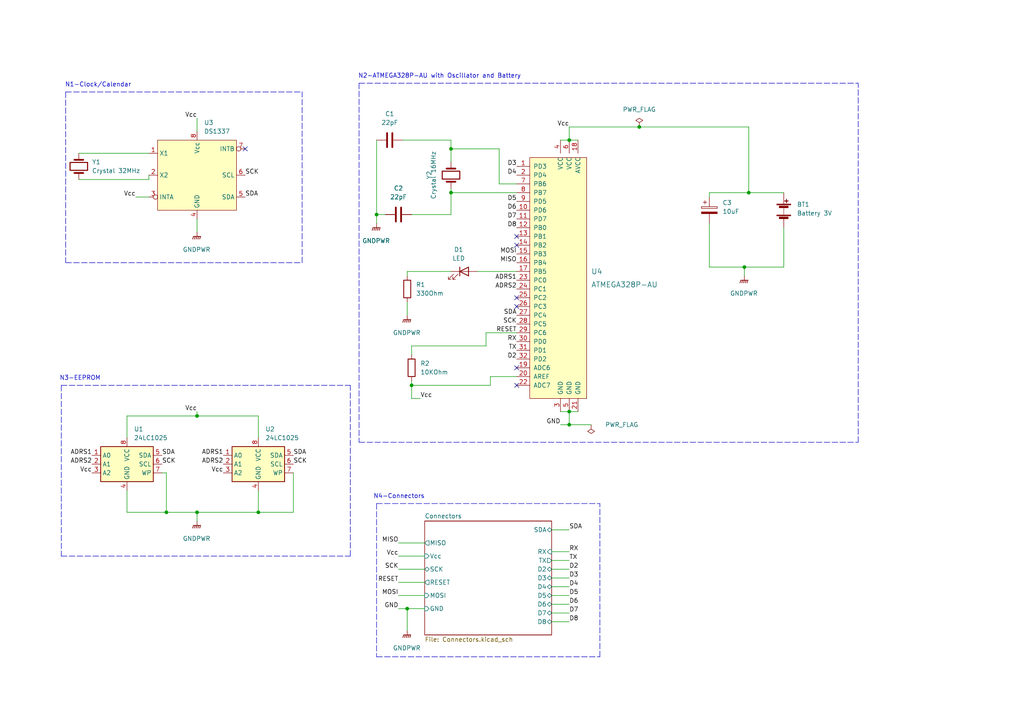
<source format=kicad_sch>
(kicad_sch (version 20211123) (generator eeschema)
  (paper "A4")
  (title_block (title "Battery Powered Arudino Clone with clock and Extended EEPROM") (date "2022-06-04") (rev "1") (comment 1 "Designed by Yogesh"))
  (lib_symbols
    (symbol "Device:Battery" (pin_numbers hide) (pin_names (offset 0) hide)
      (property "Reference" "BT" (at 2.54 2.54 0))
      (property "Value" "Battery" (at 2.54 0 0))
      (symbol "Battery_0_1"
        (rectangle (start -2.032 -1.397) (end 2.032 -1.651) (fill (type outline)))
        (rectangle (start -2.032 1.778) (end 2.032 1.524) (fill (type outline)))
        (rectangle (start -1.3208 -1.9812) (end 1.27 -2.4892) (fill (type outline)))
        (rectangle (start -1.3208 1.1938) (end 1.27 0.6858) (fill (type outline)))
        (polyline (pts (xy 0 -1.524) (xy 0 -1.27)))
        (polyline (pts (xy 0 -1.016) (xy 0 -0.762)))
        (polyline (pts (xy 0 -0.508) (xy 0 -0.254)))
        (polyline (pts (xy 0 0) (xy 0 0.254)))
        (polyline (pts (xy 0 0.508) (xy 0 0.762)))
        (polyline (pts (xy 0 1.778) (xy 0 2.54)))
        (polyline (pts (xy 0.254 2.667) (xy 1.27 2.667)) (stroke (width 0.254)))
        (polyline (pts (xy 0.762 3.175) (xy 0.762 2.159)) (stroke (width 0.254)))
      )
      (symbol "Battery_1_1"
        (pin passive line (at 0 5.08 270) (length 2.54) (name "+") (number "1"))
        (pin passive line (at 0 -5.08 90) (length 2.54) (name "-") (number "2"))
      )
    )
    (symbol "Device:C" (pin_numbers hide) (pin_names (offset 0.254))
      (property "Reference" "C" (at 0.635 2.54 0))
      (property "Value" "C" (at 0.635 -2.54 0))
      (symbol "C_0_1"
        (polyline (pts (xy -2.032 -0.762) (xy 2.032 -0.762)) (stroke (width 0.508)))
        (polyline (pts (xy -2.032 0.762) (xy 2.032 0.762)) (stroke (width 0.508)))
      )
      (symbol "C_1_1"
        (pin passive line (at 0 3.81 270) (length 2.794) (name "~") (number "1"))
        (pin passive line (at 0 -3.81 90) (length 2.794) (name "~") (number "2"))
      )
    )
    (symbol "Device:C_Polarized" (pin_numbers hide) (pin_names (offset 0.254))
      (property "Reference" "C" (at 0.635 2.54 0))
      (property "Value" "C_Polarized" (at 0.635 -2.54 0))
      (symbol "C_Polarized_0_1"
        (rectangle (start -2.286 0.508) (end 2.286 1.016))
        (polyline (pts (xy -1.778 2.286) (xy -0.762 2.286)))
        (polyline (pts (xy -1.27 2.794) (xy -1.27 1.778)))
        (rectangle (start 2.286 -0.508) (end -2.286 -1.016) (fill (type outline)))
      )
      (symbol "C_Polarized_1_1"
        (pin passive line (at 0 3.81 270) (length 2.794) (name "~") (number "1"))
        (pin passive line (at 0 -3.81 90) (length 2.794) (name "~") (number "2"))
      )
    )
    (symbol "Device:Crystal" (pin_numbers hide) (pin_names (offset 1.016) hide)
      (property "Reference" "Y" (at 0 3.81 0))
      (property "Value" "Crystal" (at 0 -3.81 0))
      (symbol "Crystal_0_1"
        (rectangle (start -1.143 2.54) (end 1.143 -2.54) (stroke (width 0.3048)))
        (polyline (pts (xy -2.54 0) (xy -1.905 0)))
        (polyline (pts (xy -1.905 -1.27) (xy -1.905 1.27)) (stroke (width 0.508)))
        (polyline (pts (xy 1.905 -1.27) (xy 1.905 1.27)) (stroke (width 0.508)))
        (polyline (pts (xy 2.54 0) (xy 1.905 0)))
      )
      (symbol "Crystal_1_1"
        (pin passive line (at -3.81 0 0) (length 1.27) (name "1") (number "1"))
        (pin passive line (at 3.81 0 180) (length 1.27) (name "2") (number "2"))
      )
    )
    (symbol "Device:LED" (pin_numbers hide) (pin_names (offset 1.016) hide)
      (property "Reference" "D" (at 0 2.54 0))
      (property "Value" "LED" (at 0 -2.54 0))
      (symbol "LED_0_1"
        (polyline (pts (xy -1.27 -1.27) (xy -1.27 1.27)) (stroke (width 0.254)))
        (polyline (pts (xy -1.27 0) (xy 1.27 0)))
        (polyline (pts (xy 1.27 -1.27) (xy 1.27 1.27) (xy -1.27 0) (xy 1.27 -1.27)) (stroke (width 0.254)))
        (polyline (pts (xy -3.048 -0.762) (xy -4.572 -2.286) (xy -3.81 -2.286) (xy -4.572 -2.286) (xy -4.572 -1.524)))
        (polyline (pts (xy -1.778 -0.762) (xy -3.302 -2.286) (xy -2.54 -2.286) (xy -3.302 -2.286) (xy -3.302 -1.524)))
      )
      (symbol "LED_1_1"
        (pin passive line (at -3.81 0 0) (length 2.54) (name "K") (number "1"))
        (pin passive line (at 3.81 0 180) (length 2.54) (name "A") (number "2"))
      )
    )
    (symbol "Device:R" (pin_numbers hide) (pin_names (offset 0))
      (property "Reference" "R" (at 2.032 0 90))
      (property "Value" "R" (at 0 0 90))
      (symbol "R_0_1"
        (rectangle (start -1.016 -2.54) (end 1.016 2.54) (stroke (width 0.254)))
      )
      (symbol "R_1_1"
        (pin passive line (at 0 3.81 270) (length 1.27) (name "~") (number "1"))
        (pin passive line (at 0 -3.81 90) (length 1.27) (name "~") (number "2"))
      )
    )
    (symbol "I2CRTC:DS1337"
      (property "Reference" "U" (at 8.89 19.05 0))
      (property "Value" "DS1337" (at 8.89 16.51 0))
      (symbol "DS1337_0_1"
        (rectangle (start -11.43 10.16) (end 11.43 -10.16) (fill (type background)))
      )
      (symbol "DS1337_1_1"
        (pin input line (at -13.97 6.35 0) (length 2.54) (name "X1") (number "1"))
        (pin input line (at -13.97 0 0) (length 2.54) (name "X2") (number "2"))
        (pin input inverted (at -13.97 -6.35 0) (length 2.54) (name "INTA") (number "3"))
        (pin output line (at 0 -12.7 90) (length 2.54) (name "GND") (number "4"))
        (pin bidirectional line (at 13.97 -6.35 180) (length 2.54) (name "SDA") (number "5"))
        (pin input line (at 13.97 0 180) (length 2.54) (name "SCL") (number "6"))
        (pin input inverted (at 13.97 7.62 180) (length 2.54) (name "INTB") (number "7"))
        (pin input line (at 0 12.7 270) (length 2.54) (name "Vcc") (number "8"))
      )
    )
    (symbol "Memory_EEPROM:24LC1025"
      (property "Reference" "U" (at -6.35 6.35 0))
      (property "Value" "24LC1025" (at 1.27 6.35 0))
      (symbol "24LC1025_1_1"
        (rectangle (start -7.62 5.08) (end 7.62 -5.08) (stroke (width 0.254)) (fill (type background)))
        (pin input line (at -10.16 2.54 0) (length 2.54) (name "A0") (number "1"))
        (pin input line (at -10.16 0 0) (length 2.54) (name "A1") (number "2"))
        (pin input line (at -10.16 -2.54 0) (length 2.54) (name "A2") (number "3"))
        (pin power_in line (at 0 -7.62 90) (length 2.54) (name "GND") (number "4"))
        (pin bidirectional line (at 10.16 2.54 180) (length 2.54) (name "SDA") (number "5"))
        (pin input line (at 10.16 0 180) (length 2.54) (name "SCL") (number "6"))
        (pin input line (at 10.16 -2.54 180) (length 2.54) (name "WP") (number "7"))
        (pin power_in line (at 0 7.62 270) (length 2.54) (name "VCC") (number "8"))
      )
    )
    (symbol "dk_Embedded-Microcontrollers:ATMEGA328P-AU" (pin_names (offset 1.016))
      (property "Reference" "U" (at -8.89 38.1 0))
      (property "Value" "ATMEGA328P-AU" (at 2.54 1.27 90))
      (symbol "ATMEGA328P-AU_0_1"
        (rectangle (start -8.89 35.56) (end 7.62 -34.29) (fill (type background)))
      )
      (symbol "ATMEGA328P-AU_1_1"
        (pin bidirectional line (at -12.7 33.02 0) (length 3.81) (name "PD3") (number "1"))
        (pin bidirectional line (at -12.7 20.32 0) (length 3.81) (name "PD6") (number "10"))
        (pin bidirectional line (at -12.7 17.78 0) (length 3.81) (name "PD7") (number "11"))
        (pin bidirectional line (at -12.7 15.24 0) (length 3.81) (name "PB0") (number "12"))
        (pin bidirectional line (at -12.7 12.7 0) (length 3.81) (name "PB1") (number "13"))
        (pin bidirectional line (at -12.7 10.16 0) (length 3.81) (name "PB2") (number "14"))
        (pin bidirectional line (at -12.7 7.62 0) (length 3.81) (name "PB3") (number "15"))
        (pin bidirectional line (at -12.7 5.08 0) (length 3.81) (name "PB4") (number "16"))
        (pin bidirectional line (at -12.7 2.54 0) (length 3.81) (name "PB5") (number "17"))
        (pin power_in line (at 5.08 40.64 270) (length 3.81) (name "AVCC") (number "18"))
        (pin input line (at -12.7 -25.4 0) (length 3.81) (name "ADC6") (number "19"))
        (pin bidirectional line (at -12.7 30.48 0) (length 3.81) (name "PD4") (number "2"))
        (pin input line (at -12.7 -27.94 0) (length 3.81) (name "AREF") (number "20"))
        (pin power_in line (at 5.08 -38.1 90) (length 3.81) (name "GND") (number "21"))
        (pin input line (at -12.7 -30.48 0) (length 3.81) (name "ADC7") (number "22"))
        (pin bidirectional line (at -12.7 0 0) (length 3.81) (name "PC0") (number "23"))
        (pin bidirectional line (at -12.7 -2.54 0) (length 3.81) (name "PC1") (number "24"))
        (pin bidirectional line (at -12.7 -5.08 0) (length 3.81) (name "PC2") (number "25"))
        (pin bidirectional line (at -12.7 -7.62 0) (length 3.81) (name "PC3") (number "26"))
        (pin bidirectional line (at -12.7 -10.16 0) (length 3.81) (name "PC4") (number "27"))
        (pin bidirectional line (at -12.7 -12.7 0) (length 3.81) (name "PC5") (number "28"))
        (pin bidirectional line (at -12.7 -15.24 0) (length 3.81) (name "PC6") (number "29"))
        (pin power_in line (at 0 -38.1 90) (length 3.81) (name "GND") (number "3"))
        (pin bidirectional line (at -12.7 -17.78 0) (length 3.81) (name "PD0") (number "30"))
        (pin bidirectional line (at -12.7 -20.32 0) (length 3.81) (name "PD1") (number "31"))
        (pin bidirectional line (at -12.7 -22.86 0) (length 3.81) (name "PD2") (number "32"))
        (pin power_in line (at 0 40.64 270) (length 3.81) (name "VCC") (number "4"))
        (pin power_in line (at 2.54 -38.1 90) (length 3.81) (name "GND") (number "5"))
        (pin power_in line (at 2.54 40.64 270) (length 3.81) (name "VCC") (number "6"))
        (pin bidirectional line (at -12.7 27.94 0) (length 3.81) (name "PB6") (number "7"))
        (pin bidirectional line (at -12.7 25.4 0) (length 3.81) (name "PB7") (number "8"))
        (pin bidirectional line (at -12.7 22.86 0) (length 3.81) (name "PD5") (number "9"))
      )
    )
    (symbol "power:GNDPWR" (power) (pin_names (offset 0))
      (property "Value" "GNDPWR" (at 0 -3.302 0))
      (symbol "GNDPWR_0_1"
        (polyline (pts (xy 0 -1.27) (xy 0 0)))
        (polyline (pts (xy -1.016 -1.27) (xy -1.27 -2.032) (xy -1.27 -2.032)) (stroke (width 0.2032)))
        (polyline (pts (xy -0.508 -1.27) (xy -0.762 -2.032) (xy -0.762 -2.032)) (stroke (width 0.2032)))
        (polyline (pts (xy 0 -1.27) (xy -0.254 -2.032) (xy -0.254 -2.032)) (stroke (width 0.2032)))
        (polyline (pts (xy 0.508 -1.27) (xy 0.254 -2.032) (xy 0.254 -2.032)) (stroke (width 0.2032)))
        (polyline (pts (xy 1.016 -1.27) (xy -1.016 -1.27) (xy -1.016 -1.27)) (stroke (width 0.2032)))
        (polyline (pts (xy 1.016 -1.27) (xy 0.762 -2.032) (xy 0.762 -2.032) (xy 0.762 -2.032)) (stroke (width 0.2032)))
      )
      (symbol "GNDPWR_1_1"
        (pin power_in line (at 0 0 270) (length 0) hide (name "GNDPWR") (number "1"))
      )
    )
    (symbol "power:PWR_FLAG" (power) (pin_numbers hide) (pin_names (offset 0) hide)
      (property "Value" "PWR_FLAG" (at 0 3.81 0))
      (symbol "PWR_FLAG_0_0"
        (pin power_out line (at 0 0 90) (length 0) (name "pwr") (number "1"))
      )
      (symbol "PWR_FLAG_0_1"
        (polyline (pts (xy 0 0) (xy 0 1.27) (xy -1.016 1.905) (xy 0 2.54) (xy 1.016 1.905) (xy 0 1.27)))
      )
    )
  )
  (junction (at 215.9 77.47))
  (junction (at 185.42 36.83))
  (junction (at 217.17 55.88))
  (junction (at 57.15 148.59))
  (junction (at 118.11 176.53))
  (junction (at 119.38 111.76))
  (junction (at 130.81 43.18))
  (junction (at 165.1 119.38))
  (junction (at 130.81 55.88))
  (junction (at 48.26 148.59))
  (junction (at 57.15 120.65))
  (junction (at 165.1 123.19))
  (junction (at 74.93 148.59))
  (junction (at 109.22 62.23))
  (junction (at 165.1 40.64))
  (no_connect (at 71.12 43.18))
  (no_connect (at 149.86 68.58))
  (no_connect (at 149.86 71.12))
  (no_connect (at 149.86 86.36))
  (no_connect (at 149.86 88.9))
  (no_connect (at 149.86 106.68))
  (no_connect (at 149.86 111.76))
  (wire (pts (xy 140.97 100.33) (xy 140.97 96.52)))
  (wire (pts (xy 74.93 120.65) (xy 74.93 127)))
  (wire (pts (xy 162.56 119.38) (xy 165.1 119.38)))
  (wire (pts (xy 115.57 172.72) (xy 123.19 172.72)))
  (wire (pts (xy 57.15 148.59) (xy 57.15 151.13)))
  (wire (pts (xy 115.57 165.1) (xy 123.19 165.1)))
  (polyline (pts (xy 104.14 24.13) (xy 104.14 128.27)))
  (wire (pts (xy 85.09 148.59) (xy 74.93 148.59)))
  (wire (pts (xy 142.24 109.22) (xy 142.24 111.76)))
  (polyline (pts (xy 109.22 146.05) (xy 109.22 190.5)))
  (wire (pts (xy 57.15 63.5) (xy 57.15 67.31)))
  (wire (pts (xy 119.38 111.76) (xy 119.38 115.57)))
  (polyline (pts (xy 109.22 190.5) (xy 173.99 190.5)))
  (wire (pts (xy 48.26 148.59) (xy 57.15 148.59)))
  (wire (pts (xy 57.15 120.65) (xy 57.15 119.38)))
  (wire (pts (xy 227.33 77.47) (xy 215.9 77.47)))
  (wire (pts (xy 36.83 127) (xy 36.83 120.65)))
  (wire (pts (xy 22.86 52.07) (xy 43.18 52.07)))
  (wire (pts (xy 130.81 78.74) (xy 118.11 78.74)))
  (polyline (pts (xy 101.6 161.29) (xy 101.6 111.76)))
  (wire (pts (xy 57.15 34.29) (xy 57.15 38.1)))
  (wire (pts (xy 205.74 77.47) (xy 215.9 77.47)))
  (wire (pts (xy 115.57 157.48) (xy 123.19 157.48)))
  (wire (pts (xy 160.02 172.72) (xy 165.1 172.72)))
  (wire (pts (xy 165.1 36.83) (xy 185.42 36.83)))
  (polyline (pts (xy 17.78 111.76) (xy 101.6 111.76)))
  (wire (pts (xy 118.11 78.74) (xy 118.11 80.01)))
  (wire (pts (xy 109.22 62.23) (xy 109.22 64.77)))
  (wire (pts (xy 119.38 110.49) (xy 119.38 111.76)))
  (polyline (pts (xy 109.22 146.05) (xy 173.99 146.05)))
  (wire (pts (xy 217.17 55.88) (xy 227.33 55.88)))
  (polyline (pts (xy 19.05 26.67) (xy 19.05 76.2)))
  (wire (pts (xy 119.38 102.87) (xy 119.38 100.33)))
  (wire (pts (xy 227.33 66.04) (xy 227.33 77.47)))
  (wire (pts (xy 36.83 120.65) (xy 57.15 120.65)))
  (wire (pts (xy 205.74 57.15) (xy 205.74 55.88)))
  (polyline (pts (xy 19.05 26.67) (xy 87.63 26.67)))
  (wire (pts (xy 160.02 162.56) (xy 165.1 162.56)))
  (wire (pts (xy 215.9 77.47) (xy 215.9 80.01)))
  (wire (pts (xy 165.1 40.64) (xy 167.64 40.64)))
  (wire (pts (xy 43.18 52.07) (xy 43.18 50.8)))
  (wire (pts (xy 119.38 100.33) (xy 140.97 100.33)))
  (wire (pts (xy 185.42 36.83) (xy 217.17 36.83)))
  (wire (pts (xy 160.02 180.34) (xy 165.1 180.34)))
  (wire (pts (xy 138.43 78.74) (xy 149.86 78.74)))
  (wire (pts (xy 144.78 53.34) (xy 149.86 53.34)))
  (wire (pts (xy 165.1 36.83) (xy 165.1 40.64)))
  (wire (pts (xy 160.02 177.8) (xy 165.1 177.8)))
  (wire (pts (xy 162.56 40.64) (xy 165.1 40.64)))
  (wire (pts (xy 205.74 64.77) (xy 205.74 77.47)))
  (wire (pts (xy 118.11 176.53) (xy 118.11 182.88)))
  (wire (pts (xy 205.74 55.88) (xy 217.17 55.88)))
  (wire (pts (xy 160.02 165.1) (xy 165.1 165.1)))
  (wire (pts (xy 46.99 137.16) (xy 48.26 137.16)))
  (wire (pts (xy 118.11 87.63) (xy 118.11 91.44)))
  (wire (pts (xy 130.81 43.18) (xy 144.78 43.18)))
  (wire (pts (xy 119.38 115.57) (xy 121.92 115.57)))
  (wire (pts (xy 142.24 111.76) (xy 119.38 111.76)))
  (wire (pts (xy 165.1 119.38) (xy 167.64 119.38)))
  (wire (pts (xy 130.81 46.99) (xy 130.81 43.18)))
  (wire (pts (xy 160.02 170.18) (xy 165.1 170.18)))
  (wire (pts (xy 140.97 96.52) (xy 149.86 96.52)))
  (wire (pts (xy 109.22 62.23) (xy 111.76 62.23)))
  (wire (pts (xy 57.15 148.59) (xy 74.93 148.59)))
  (wire (pts (xy 144.78 43.18) (xy 144.78 53.34)))
  (wire (pts (xy 160.02 153.67) (xy 165.1 153.67)))
  (wire (pts (xy 130.81 62.23) (xy 119.38 62.23)))
  (wire (pts (xy 171.45 123.19) (xy 165.1 123.19)))
  (wire (pts (xy 130.81 40.64) (xy 130.81 43.18)))
  (wire (pts (xy 160.02 160.02) (xy 165.1 160.02)))
  (wire (pts (xy 74.93 148.59) (xy 74.93 142.24)))
  (wire (pts (xy 165.1 119.38) (xy 165.1 123.19)))
  (wire (pts (xy 39.37 57.15) (xy 43.18 57.15)))
  (wire (pts (xy 118.11 176.53) (xy 123.19 176.53)))
  (wire (pts (xy 48.26 137.16) (xy 48.26 148.59)))
  (wire (pts (xy 115.57 161.29) (xy 123.19 161.29)))
  (polyline (pts (xy 248.92 128.27) (xy 248.92 24.13)))
  (wire (pts (xy 160.02 175.26) (xy 165.1 175.26)))
  (polyline (pts (xy 87.63 76.2) (xy 87.63 26.67)))
  (polyline (pts (xy 19.05 76.2) (xy 87.63 76.2)))
  (wire (pts (xy 217.17 36.83) (xy 217.17 55.88)))
  (wire (pts (xy 22.86 44.45) (xy 43.18 44.45)))
  (wire (pts (xy 149.86 55.88) (xy 130.81 55.88)))
  (wire (pts (xy 116.84 40.64) (xy 130.81 40.64)))
  (wire (pts (xy 149.86 109.22) (xy 142.24 109.22)))
  (wire (pts (xy 36.83 148.59) (xy 48.26 148.59)))
  (polyline (pts (xy 17.78 161.29) (xy 101.6 161.29)))
  (polyline (pts (xy 17.78 111.76) (xy 17.78 161.29)))
  (polyline (pts (xy 104.14 128.27) (xy 248.92 128.27)))
  (polyline (pts (xy 104.14 24.13) (xy 248.92 24.13)))
  (wire (pts (xy 109.22 40.64) (xy 109.22 62.23)))
  (wire (pts (xy 115.57 168.91) (xy 123.19 168.91)))
  (wire (pts (xy 160.02 167.64) (xy 165.1 167.64)))
  (wire (pts (xy 162.56 123.19) (xy 165.1 123.19)))
  (wire (pts (xy 57.15 120.65) (xy 74.93 120.65)))
  (wire (pts (xy 115.57 176.53) (xy 118.11 176.53)))
  (wire (pts (xy 130.81 55.88) (xy 130.81 62.23)))
  (polyline (pts (xy 173.99 190.5) (xy 173.99 146.05)))
  (wire (pts (xy 85.09 137.16) (xy 85.09 148.59)))
  (wire (pts (xy 36.83 142.24) (xy 36.83 148.59)))
  (wire (pts (xy 130.81 55.88) (xy 130.81 54.61)))
  (text "N3-EEPROM" (at 29.21 110.49 180) (effects (font (size 1.27 1.27)) (justify right bottom)))
  (text "N2-ATMEGA328P-AU with Oscillator and Battery\n" (at 151.13 22.86 180) (effects (font (size 1.27 1.27)) (justify right bottom)))
  (text "N1-Clock/Calendar" (at 38.1 25.4 180) (effects (font (size 1.27 1.27)) (justify right bottom)))
  (text "N4-Connectors\n" (at 123.19 144.78 180) (effects (font (size 1.27 1.27)) (justify right bottom)))
  (label "SCK" (at 71.12 50.8 0))
  (label "MOSI" (at 115.57 172.72 180))
  (label "MISO" (at 115.57 157.48 180))
  (label "D2" (at 149.86 104.14 180))
  (label "TX" (at 165.1 162.56 0))
  (label "MOSI" (at 149.86 73.66 180))
  (label "D3" (at 165.1 167.64 0))
  (label "SDA" (at 149.86 91.44 180))
  (label "D6" (at 149.86 60.96 180))
  (label "D4" (at 149.86 50.8 180))
  (label "D4" (at 165.1 170.18 0))
  (label "D7" (at 165.1 177.8 0))
  (label "SDA" (at 165.1 153.67 0))
  (label "D6" (at 165.1 175.26 0))
  (label "Vcc" (at 57.15 34.29 180))
  (label "D2" (at 165.1 165.1 0))
  (label "ADRS2" (at 64.77 134.62 180))
  (label "SDA" (at 71.12 57.15 0))
  (label "GND" (at 162.56 123.19 180))
  (label "D3" (at 149.86 48.26 180))
  (label "ADRS2" (at 149.86 83.82 180))
  (label "D5" (at 165.1 172.72 0))
  (label "Vcc" (at 64.77 137.16 180))
  (label "RESET" (at 115.57 168.91 180))
  (label "ADRS1" (at 149.86 81.28 180))
  (label "RESET" (at 149.86 96.52 180))
  (label "Vcc" (at 26.67 137.16 180))
  (label "D8" (at 149.86 66.04 180))
  (label "RX" (at 149.86 99.06 180))
  (label "ADRS2" (at 26.67 134.62 180))
  (label "RX" (at 165.1 160.02 0))
  (label "SDA" (at 85.09 132.08 0))
  (label "D5" (at 149.86 58.42 180))
  (label "Vcc" (at 115.57 161.29 180))
  (label "Vcc" (at 121.92 115.57 0))
  (label "D7" (at 149.86 63.5 180))
  (label "Vcc" (at 165.1 36.83 180))
  (label "SCK" (at 115.57 165.1 180))
  (label "ADRS1" (at 26.67 132.08 180))
  (label "SCK" (at 85.09 134.62 0))
  (label "D8" (at 165.1 180.34 0))
  (label "SCK" (at 46.99 134.62 0))
  (label "MISO" (at 149.86 76.2 180))
  (label "ADRS1" (at 64.77 132.08 180))
  (label "Vcc" (at 57.15 119.38 180))
  (label "GND" (at 115.57 176.53 180))
  (label "SDA" (at 46.99 132.08 0))
  (label "TX" (at 149.86 101.6 180))
  (label "SCK" (at 149.86 93.98 180))
  (label "Vcc" (at 39.37 57.15 180))
  (symbol (lib_id "Memory_EEPROM:24LC1025") (at 36.83 134.62 0) (unit 1)
    (property "Reference" "U1" (at 38.8494 124.46 0) (effects (justify left)))
    (property "Value" "24LC1025" (at 38.8494 127 0) (effects (justify left)))
    (property "Footprint" "Package_SO:SOIC-8_5.23x5.23mm_P1.27mm" (effects hide))
    (property "Datasheet" "http://ww1.microchip.com/downloads/en/DeviceDoc/21941B.pdf" (effects hide))
  )
  (symbol (lib_id "power:GNDPWR") (at 109.22 64.77 0) (unit 1)
    (property "Reference" "#PWR03" (effects hide))
    (property "Value" "GNDPWR" (at 109.093 69.85 0))
  )
  (symbol (lib_id "dk_Embedded-Microcontrollers:ATMEGA328P-AU") (at 162.56 81.28 0) (unit 1)
    (property "Reference" "U4" (at 171.45 78.74 0) (effects (font (size 1.524 1.524)) (justify left)))
    (property "Value" "ATMEGA328P-AU" (at 171.45 82.55 0) (effects (font (size 1.524 1.524)) (justify left)))
    (property "Footprint" "digikey-footprints:TQFP-32_7x7mm" (effects hide))
    (property "Datasheet" "http://www.microchip.com/mymicrochip/filehandler.aspx?ddocname=en608326" (effects hide))
    (property "Digi-Key_PN" "ATMEGA328P-AU-ND" (effects hide))
    (property "MPN" "ATMEGA328P-AU" (effects hide))
    (property "Category" "Integrated Circuits (ICs)" (effects hide))
    (property "Family" "Embedded - Microcontrollers" (effects hide))
    (property "DK_Datasheet_Link" "http://www.microchip.com/mymicrochip/filehandler.aspx?ddocname=en608326" (effects hide))
    (property "DK_Detail_Page" "/product-detail/en/microchip-technology/ATMEGA328P-AU/ATMEGA328P-AU-ND/1832260" (effects hide))
    (property "Description" "IC MCU 8BIT 32KB FLASH 32TQFP" (effects hide))
    (property "Manufacturer" "Microchip Technology" (effects hide))
    (property "Status" "Active" (effects hide))
  )
  (symbol (lib_id "Device:LED") (at 134.62 78.74 0) (unit 1)
    (property "Reference" "D1" (at 133.0325 72.39 0))
    (property "Value" "LED" (at 133.0325 74.93 0))
    (property "Footprint" "LED_SMD:LED_0805_2012Metric_Pad1.15x1.40mm_HandSolder" (effects hide))
  )
  (symbol (lib_id "Memory_EEPROM:24LC1025") (at 74.93 134.62 0) (unit 1)
    (property "Reference" "U2" (at 76.9494 124.46 0) (effects (justify left)))
    (property "Value" "24LC1025" (at 76.9494 127 0) (effects (justify left)))
    (property "Footprint" "Package_SO:SOIC-8_5.23x5.23mm_P1.27mm" (effects hide))
    (property "Datasheet" "http://ww1.microchip.com/downloads/en/DeviceDoc/21941B.pdf" (effects hide))
  )
  (symbol (lib_id "power:GNDPWR") (at 57.15 67.31 0) (unit 1)
    (property "Reference" "#PWR01" (effects hide))
    (property "Value" "GNDPWR" (at 57.023 72.39 0))
  )
  (symbol (lib_id "Device:C_Polarized") (at 205.74 60.96 0) (unit 1)
    (property "Reference" "C3" (at 209.55 58.8009 0) (effects (justify left)))
    (property "Value" "10uF" (at 209.55 61.3409 0) (effects (justify left)))
    (property "Footprint" "Capacitor_SMD:C_0805_2012Metric_Pad1.18x1.45mm_HandSolder" (effects hide))
  )
  (symbol (lib_id "Device:Crystal") (at 22.86 48.26 90) (unit 1)
    (property "Reference" "Y1" (at 26.67 46.9899 90) (effects (justify right)))
    (property "Value" "Crystal 32MHz" (at 26.67 49.5299 90) (effects (justify right)))
    (property "Footprint" "Crystal:Crystal_SMD_MicroCrystal_CC7V-T1A-2Pin_3.2x1.5mm" (effects hide))
  )
  (symbol (lib_id "Device:R") (at 119.38 106.68 0) (unit 1)
    (property "Reference" "R2" (at 121.92 105.4099 0) (effects (justify left)))
    (property "Value" "10KOhm" (at 121.92 107.9499 0) (effects (justify left)))
    (property "Footprint" "Resistor_SMD:R_0805_2012Metric_Pad1.20x1.40mm_HandSolder" (effects hide))
  )
  (symbol (lib_id "Device:Battery") (at 227.33 60.96 0) (unit 1)
    (property "Reference" "BT1" (at 231.14 59.3089 0) (effects (justify left)))
    (property "Value" "Battery 3V" (at 231.14 61.8489 0) (effects (justify left)))
    (property "Footprint" "Connector_PinHeader_2.54mm:PinHeader_1x02_P2.54mm_Vertical" (effects hide))
  )
  (symbol (lib_id "power:PWR_FLAG") (at 171.45 123.19 180) (unit 1)
    (property "Reference" "#FLG0101" (effects hide))
    (property "Value" "PWR_FLAG" (at 180.34 123.19 0))
  )
  (symbol (lib_id "power:PWR_FLAG") (at 185.42 36.83 0) (unit 1)
    (property "Reference" "#FLG02" (effects hide))
    (property "Value" "PWR_FLAG" (at 185.42 31.75 0))
  )
  (symbol (lib_id "Device:C") (at 113.03 40.64 90) (unit 1)
    (property "Reference" "C1" (at 113.03 33.02 90))
    (property "Value" "22pF" (at 113.03 35.56 90))
    (property "Footprint" "Capacitor_SMD:C_0805_2012Metric_Pad1.18x1.45mm_HandSolder" (effects hide))
  )
  (symbol (lib_id "Device:Crystal") (at 130.81 50.8 90) (unit 1)
    (property "Reference" "Y2" (at 124.46 50.8 0))
    (property "Value" "Crystal 16MHz" (at 125.73 50.8 0))
    (property "Footprint" "Crystal:Crystal_SMD_5032-2Pin_5.0x3.2mm_HandSoldering" (effects hide))
  )
  (symbol (lib_id "power:GNDPWR") (at 118.11 182.88 0) (unit 1)
    (property "Reference" "#PWR05" (effects hide))
    (property "Value" "GNDPWR" (at 117.983 187.96 0))
  )
  (symbol (lib_id "I2CRTC:DS1337") (at 57.15 50.8 0) (unit 1)
    (property "Reference" "U3" (at 59.1694 35.56 0) (effects (justify left)))
    (property "Value" "DS1337" (at 59.1694 38.1 0) (effects (justify left)))
    (property "Footprint" "Package_SO:SO-8_5.3x6.2mm_P1.27mm" (effects hide))
  )
  (symbol (lib_id "power:GNDPWR") (at 118.11 91.44 0) (unit 1)
    (property "Reference" "#PWR04" (effects hide))
    (property "Value" "GNDPWR" (at 117.983 96.52 0))
  )
  (symbol (lib_id "power:GNDPWR") (at 215.9 80.01 0) (unit 1)
    (property "Reference" "#PWR07" (effects hide))
    (property "Value" "GNDPWR" (at 215.773 85.09 0))
  )
  (symbol (lib_id "Device:C") (at 115.57 62.23 90) (unit 1)
    (property "Reference" "C2" (at 115.57 54.61 90))
    (property "Value" "22pF" (at 115.57 57.15 90))
    (property "Footprint" "Capacitor_SMD:C_0805_2012Metric_Pad1.18x1.45mm_HandSolder" (effects hide))
  )
  (symbol (lib_id "Device:R") (at 118.11 83.82 0) (unit 1)
    (property "Reference" "R1" (at 120.65 82.5499 0) (effects (justify left)))
    (property "Value" "330Ohm" (at 120.65 85.0899 0) (effects (justify left)))
    (property "Footprint" "Resistor_SMD:R_0805_2012Metric_Pad1.20x1.40mm_HandSolder" (effects hide))
  )
  (symbol (lib_id "power:GNDPWR") (at 57.15 151.13 0) (unit 1)
    (property "Reference" "#PWR02" (effects hide))
    (property "Value" "GNDPWR" (at 57.023 156.21 0))
  )
  (sheet (at 123.19 151.13) (size 36.83 33.02) (stroke (width 0.1524))
    (property "Sheet name" "Connectors" (at 123.19 150.4184 0) (effects (justify left bottom)))
    (property "Sheet file" "Connectors.kicad_sch" (at 123.19 184.7346 0) (effects (justify left top)))
    (pin "MISO" output (at 123.19 157.48 180))
    (pin "Vcc" input (at 123.19 161.29 180))
    (pin "SCK" bidirectional (at 123.19 165.1 180))
    (pin "RESET" output (at 123.19 168.91 180))
    (pin "MOSI" input (at 123.19 172.72 180))
    (pin "GND" input (at 123.19 176.53 180))
    (pin "SDA" bidirectional (at 160.02 153.67 0))
    (pin "RX" input (at 160.02 160.02 0))
    (pin "TX" output (at 160.02 162.56 0))
    (pin "D7" bidirectional (at 160.02 177.8 0))
    (pin "D8" bidirectional (at 160.02 180.34 0))
    (pin "D2" bidirectional (at 160.02 165.1 0))
    (pin "D3" bidirectional (at 160.02 167.64 0))
    (pin "D4" bidirectional (at 160.02 170.18 0))
    (pin "D5" bidirectional (at 160.02 172.72 0))
    (pin "D6" bidirectional (at 160.02 175.26 0))
  )
)
</source>
